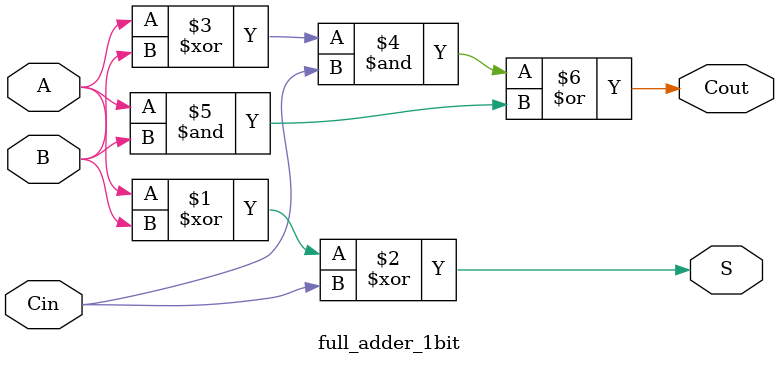
<source format=v>
`timescale 1ns / 1ps
module full_adder_1bit(
	input A,B,Cin,
	output S,Cout
    );
assign S = A^B^Cin;
assign Cout = ((A^B)&Cin) | (A&B);
endmodule

</source>
